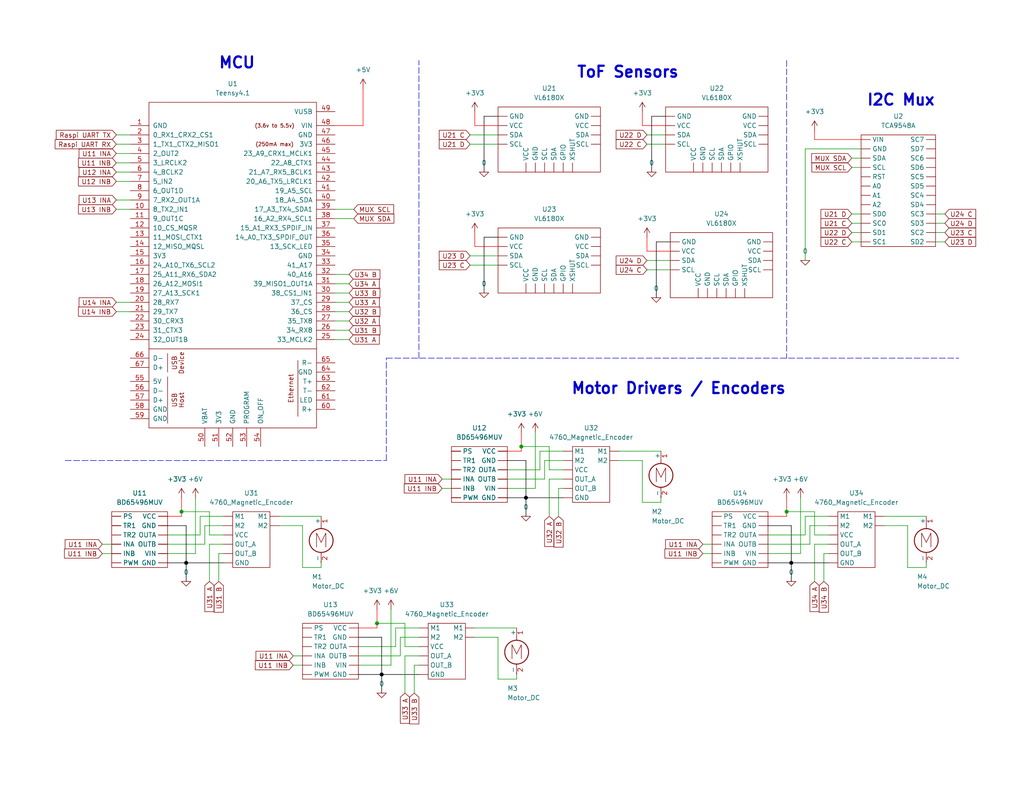
<source format=kicad_sch>
(kicad_sch (version 20211123) (generator eeschema)
  (paper "USLetter")
  (title_block (title "CCNY Pacbot General Wiring") (date "2022-03-27") (rev "1") (company "CCNY Robotics Club") (comment 1 "Benjamin Trinh"))
  (lib_symbols
    (symbol "Adafruit:TCA9548A"
      (property "Reference" "U" (at 0 2.54 0))
      (property "Value" "TCA9548A" (at 0 5.08 0))
      (symbol "TCA9548A_0_1"
        (rectangle (start -10.16 0) (end 10.16 -30.48))
      )
      (symbol "TCA9548A_1_1"
        (pin input line (at -10.16 -13.97 0) (length 2.54) (name "A0") (number ""))
        (pin input line (at -10.16 -16.51 0) (length 2.54) (name "A1") (number ""))
        (pin input line (at -10.16 -19.05 0) (length 2.54) (name "A2") (number ""))
        (pin input line (at -10.16 -3.81 0) (length 2.54) (name "GND") (number ""))
        (pin input line (at -10.16 -11.43 0) (length 2.54) (name "RST") (number ""))
        (pin output line (at -10.16 -24.13 0) (length 2.54) (name "SC0") (number ""))
        (pin output line (at -10.16 -29.21 0) (length 2.54) (name "SC1") (number ""))
        (pin output line (at 10.16 -26.67 180) (length 2.54) (name "SC2") (number ""))
        (pin output line (at 10.16 -21.59 180) (length 2.54) (name "SC3") (number ""))
        (pin output line (at 10.16 -16.51 180) (length 2.54) (name "SC4") (number ""))
        (pin output line (at 10.16 -11.43 180) (length 2.54) (name "SC5") (number ""))
        (pin output line (at 10.16 -6.35 180) (length 2.54) (name "SC6") (number ""))
        (pin output line (at 10.16 -1.27 180) (length 2.54) (name "SC7") (number ""))
        (pin input line (at -10.16 -8.89 0) (length 2.54) (name "SCL") (number ""))
        (pin output line (at -10.16 -21.59 0) (length 2.54) (name "SD0") (number ""))
        (pin output line (at -10.16 -26.67 0) (length 2.54) (name "SD1") (number ""))
        (pin output line (at 10.16 -29.21 180) (length 2.54) (name "SD2") (number ""))
        (pin output line (at 10.16 -24.13 180) (length 2.54) (name "SD3") (number ""))
        (pin output line (at 10.16 -19.05 180) (length 2.54) (name "SD4") (number ""))
        (pin output line (at 10.16 -13.97 180) (length 2.54) (name "SD5") (number ""))
        (pin output line (at 10.16 -8.89 180) (length 2.54) (name "SD6") (number ""))
        (pin output line (at 10.16 -3.81 180) (length 2.54) (name "SD7") (number ""))
        (pin input line (at -10.16 -6.35 0) (length 2.54) (name "SDA") (number ""))
        (pin input line (at -10.16 -1.27 0) (length 2.54) (name "VIN") (number ""))
      )
    )
    (symbol "Adafruit:VL6180X"
      (property "Reference" "U" (at 0 2.54 0))
      (property "Value" "VL6180X" (at 0 5.08 0))
      (symbol "VL6180X_0_1"
        (rectangle (start -13.97 0) (end 13.97 -17.78))
      )
      (symbol "VL6180X_1_1"
        (pin bidirectional line (at -13.97 -2.54 0) (length 2.54) (name "GND") (number ""))
        (pin bidirectional line (at -3.81 -17.78 90) (length 2.54) (name "GND") (number ""))
        (pin bidirectional line (at 13.97 -2.54 180) (length 2.54) (name "GND") (number ""))
        (pin bidirectional line (at 3.81 -17.78 90) (length 2.54) (name "GPIO") (number ""))
        (pin bidirectional line (at -13.97 -10.16 0) (length 2.54) (name "SCL") (number ""))
        (pin bidirectional line (at -1.27 -17.78 90) (length 2.54) (name "SCL") (number ""))
        (pin bidirectional line (at 13.97 -10.16 180) (length 2.54) (name "SCL") (number ""))
        (pin bidirectional line (at -13.97 -7.62 0) (length 2.54) (name "SDA") (number ""))
        (pin bidirectional line (at 1.27 -17.78 90) (length 2.54) (name "SDA") (number ""))
        (pin bidirectional line (at 13.97 -7.62 180) (length 2.54) (name "SDA") (number ""))
        (pin bidirectional line (at -13.97 -5.08 0) (length 2.54) (name "VCC") (number ""))
        (pin bidirectional line (at -6.35 -17.78 90) (length 2.54) (name "VCC") (number ""))
        (pin bidirectional line (at 13.97 -5.08 180) (length 2.54) (name "VCC") (number ""))
        (pin bidirectional line (at 6.35 -17.78 90) (length 2.54) (name "XSHUT") (number ""))
      )
    )
    (symbol "BD65496MUV_3"
      (property "Reference" "U" (at 0 3.81 0))
      (property "Value" "BD65496MUV_3" (at 0 1.27 0))
      (symbol "BD65496MUV_3_0_1"
        (rectangle (start 7.62 -15.24) (end -7.62 0))
      )
      (symbol "BD65496MUV_3_1_1"
        (pin input line (at 7.62 -13.97 180) (length 2.54) (name "GND") (number ""))
        (pin input line (at 7.62 -3.81 180) (length 2.54) (name "GND") (number ""))
        (pin input line (at -7.62 -8.89 0) (length 2.54) (name "INA") (number ""))
        (pin input line (at -7.62 -11.43 0) (length 2.54) (name "INB") (number ""))
        (pin output line (at 7.62 -6.35 180) (length 2.54) (name "OUTA") (number ""))
        (pin output line (at 7.62 -8.89 180) (length 2.54) (name "OUTB") (number ""))
        (pin input line (at -7.62 -1.27 0) (length 2.54) (name "PS") (number ""))
        (pin input line (at -7.62 -13.97 0) (length 2.54) (name "PWM") (number ""))
        (pin input line (at -7.62 -3.81 0) (length 2.54) (name "TR1") (number ""))
        (pin input line (at -7.62 -6.35 0) (length 2.54) (name "TR2") (number ""))
        (pin input line (at 7.62 -1.27 180) (length 2.54) (name "VCC") (number ""))
        (pin input line (at 7.62 -11.43 180) (length 2.54) (name "VIN") (number ""))
      )
    )
    (symbol "Motor:Motor_DC" (pin_names (offset 0))
      (property "Reference" "M" (at 2.54 2.54 0))
      (property "Value" "Motor_DC" (at 2.54 -5.08 0))
      (symbol "Motor_DC_0_0"
        (polyline (pts (xy -1.27 -3.302) (xy -1.27 0.508) (xy 0 -2.032) (xy 1.27 0.508) (xy 1.27 -3.302)))
      )
      (symbol "Motor_DC_0_1"
        (circle (center 0 -1.524) (radius 3.2512) (stroke (width 0.254)))
        (polyline (pts (xy 0 -7.62) (xy 0 -7.112)))
        (polyline (pts (xy 0 -4.7752) (xy 0 -5.1816)))
        (polyline (pts (xy 0 1.7272) (xy 0 2.0828)))
        (polyline (pts (xy 0 2.032) (xy 0 2.54)))
      )
      (symbol "Motor_DC_1_1"
        (pin passive line (at 0 5.08 270) (length 2.54) (name "+") (number "1"))
        (pin passive line (at 0 -7.62 90) (length 2.54) (name "-") (number "2"))
      )
    )
    (symbol "Pololu:4760_Magnetic_Encoder"
      (property "Reference" "U" (at 0 2.54 0))
      (property "Value" "4760_Magnetic_Encoder" (at 0 5.08 0))
      (symbol "4760_Magnetic_Encoder_0_1"
        (rectangle (start -5.08 0) (end 5.08 -15.24))
      )
      (symbol "4760_Magnetic_Encoder_1_1"
        (pin input line (at -7.62 -13.97 0) (length 2.54) (name "GND") (number ""))
        (pin input line (at -7.62 -1.27 0) (length 2.54) (name "M1") (number ""))
        (pin output line (at 7.62 -1.27 180) (length 2.54) (name "M1") (number ""))
        (pin input line (at -7.62 -3.81 0) (length 2.54) (name "M2") (number ""))
        (pin output line (at 7.62 -3.81 180) (length 2.54) (name "M2") (number ""))
        (pin output line (at -7.62 -8.89 0) (length 2.54) (name "OUT_A") (number ""))
        (pin output line (at -7.62 -11.43 0) (length 2.54) (name "OUT_B") (number ""))
        (pin input line (at -7.62 -6.35 0) (length 2.54) (name "VCC") (number ""))
      )
    )
    (symbol "Pololu:BD65496MUV"
      (property "Reference" "U" (at 0 3.81 0))
      (property "Value" "BD65496MUV" (at 0 1.27 0))
      (symbol "BD65496MUV_0_1"
        (rectangle (start 7.62 -15.24) (end -7.62 0))
      )
      (symbol "BD65496MUV_1_1"
        (pin input line (at 7.62 -13.97 180) (length 2.54) (name "GND") (number ""))
        (pin input line (at 7.62 -3.81 180) (length 2.54) (name "GND") (number ""))
        (pin input line (at -7.62 -8.89 0) (length 2.54) (name "INA") (number ""))
        (pin input line (at -7.62 -11.43 0) (length 2.54) (name "INB") (number ""))
        (pin output line (at 7.62 -6.35 180) (length 2.54) (name "OUTA") (number ""))
        (pin output line (at 7.62 -8.89 180) (length 2.54) (name "OUTB") (number ""))
        (pin input line (at -7.62 -1.27 0) (length 2.54) (name "PS") (number ""))
        (pin input line (at -7.62 -13.97 0) (length 2.54) (name "PWM") (number ""))
        (pin input line (at -7.62 -3.81 0) (length 2.54) (name "TR1") (number ""))
        (pin input line (at -7.62 -6.35 0) (length 2.54) (name "TR2") (number ""))
        (pin input line (at 7.62 -1.27 180) (length 2.54) (name "VCC") (number ""))
        (pin input line (at 7.62 -11.43 180) (length 2.54) (name "VIN") (number ""))
      )
    )
    (symbol "VL6180X_1"
      (property "Reference" "U" (at 0 2.54 0))
      (property "Value" "VL6180X_1" (at 0 5.08 0))
      (symbol "VL6180X_1_0_1"
        (rectangle (start -13.97 0) (end 13.97 -17.78))
      )
      (symbol "VL6180X_1_1_1"
        (pin bidirectional line (at -13.97 -2.54 0) (length 2.54) (name "GND") (number ""))
        (pin bidirectional line (at -3.81 -17.78 90) (length 2.54) (name "GND") (number ""))
        (pin bidirectional line (at 13.97 -2.54 180) (length 2.54) (name "GND") (number ""))
        (pin bidirectional line (at 3.81 -17.78 90) (length 2.54) (name "GPIO") (number ""))
        (pin bidirectional line (at -13.97 -10.16 0) (length 2.54) (name "SCL") (number ""))
        (pin bidirectional line (at -1.27 -17.78 90) (length 2.54) (name "SCL") (number ""))
        (pin bidirectional line (at 13.97 -10.16 180) (length 2.54) (name "SCL") (number ""))
        (pin bidirectional line (at -13.97 -7.62 0) (length 2.54) (name "SDA") (number ""))
        (pin bidirectional line (at 1.27 -17.78 90) (length 2.54) (name "SDA") (number ""))
        (pin bidirectional line (at 13.97 -7.62 180) (length 2.54) (name "SDA") (number ""))
        (pin bidirectional line (at -13.97 -5.08 0) (length 2.54) (name "VCC") (number ""))
        (pin bidirectional line (at -6.35 -17.78 90) (length 2.54) (name "VCC") (number ""))
        (pin bidirectional line (at 13.97 -5.08 180) (length 2.54) (name "VCC") (number ""))
        (pin bidirectional line (at 6.35 -17.78 90) (length 2.54) (name "XSHUT") (number ""))
      )
    )
    (symbol "VL6180X_2"
      (property "Reference" "U" (at 0 2.54 0))
      (property "Value" "VL6180X_2" (at 0 5.08 0))
      (symbol "VL6180X_2_0_1"
        (rectangle (start -13.97 0) (end 13.97 -17.78))
      )
      (symbol "VL6180X_2_1_1"
        (pin bidirectional line (at -13.97 -2.54 0) (length 2.54) (name "GND") (number ""))
        (pin bidirectional line (at -3.81 -17.78 90) (length 2.54) (name "GND") (number ""))
        (pin bidirectional line (at 13.97 -2.54 180) (length 2.54) (name "GND") (number ""))
        (pin bidirectional line (at 3.81 -17.78 90) (length 2.54) (name "GPIO") (number ""))
        (pin bidirectional line (at -13.97 -10.16 0) (length 2.54) (name "SCL") (number ""))
        (pin bidirectional line (at -1.27 -17.78 90) (length 2.54) (name "SCL") (number ""))
        (pin bidirectional line (at 13.97 -10.16 180) (length 2.54) (name "SCL") (number ""))
        (pin bidirectional line (at -13.97 -7.62 0) (length 2.54) (name "SDA") (number ""))
        (pin bidirectional line (at 1.27 -17.78 90) (length 2.54) (name "SDA") (number ""))
        (pin bidirectional line (at 13.97 -7.62 180) (length 2.54) (name "SDA") (number ""))
        (pin bidirectional line (at -13.97 -5.08 0) (length 2.54) (name "VCC") (number ""))
        (pin bidirectional line (at -6.35 -17.78 90) (length 2.54) (name "VCC") (number ""))
        (pin bidirectional line (at 13.97 -5.08 180) (length 2.54) (name "VCC") (number ""))
        (pin bidirectional line (at 6.35 -17.78 90) (length 2.54) (name "XSHUT") (number ""))
      )
    )
    (symbol "VL6180X_3"
      (property "Reference" "U" (at 0 2.54 0))
      (property "Value" "VL6180X_3" (at 0 5.08 0))
      (symbol "VL6180X_3_0_1"
        (rectangle (start -13.97 0) (end 13.97 -17.78))
      )
      (symbol "VL6180X_3_1_1"
        (pin bidirectional line (at -13.97 -2.54 0) (length 2.54) (name "GND") (number ""))
        (pin bidirectional line (at -3.81 -17.78 90) (length 2.54) (name "GND") (number ""))
        (pin bidirectional line (at 13.97 -2.54 180) (length 2.54) (name "GND") (number ""))
        (pin bidirectional line (at 3.81 -17.78 90) (length 2.54) (name "GPIO") (number ""))
        (pin bidirectional line (at -13.97 -10.16 0) (length 2.54) (name "SCL") (number ""))
        (pin bidirectional line (at -1.27 -17.78 90) (length 2.54) (name "SCL") (number ""))
        (pin bidirectional line (at 13.97 -10.16 180) (length 2.54) (name "SCL") (number ""))
        (pin bidirectional line (at -13.97 -7.62 0) (length 2.54) (name "SDA") (number ""))
        (pin bidirectional line (at 1.27 -17.78 90) (length 2.54) (name "SDA") (number ""))
        (pin bidirectional line (at 13.97 -7.62 180) (length 2.54) (name "SDA") (number ""))
        (pin bidirectional line (at -13.97 -5.08 0) (length 2.54) (name "VCC") (number ""))
        (pin bidirectional line (at -6.35 -17.78 90) (length 2.54) (name "VCC") (number ""))
        (pin bidirectional line (at 13.97 -5.08 180) (length 2.54) (name "VCC") (number ""))
        (pin bidirectional line (at 6.35 -17.78 90) (length 2.54) (name "XSHUT") (number ""))
      )
    )
    (symbol "power:+3.3V" (power) (pin_names (offset 0))
      (property "Value" "+3.3V" (at 0 3.556 0))
      (symbol "+3.3V_0_1"
        (polyline (pts (xy -0.762 1.27) (xy 0 2.54)))
        (polyline (pts (xy 0 0) (xy 0 2.54)))
        (polyline (pts (xy 0 2.54) (xy 0.762 1.27)))
      )
      (symbol "+3.3V_1_1"
        (pin power_in line (at 0 0 90) (length 0) hide (name "+3V3") (number "1"))
      )
    )
    (symbol "power:+5V" (power) (pin_names (offset 0))
      (property "Value" "+5V" (at 0 3.556 0))
      (symbol "+5V_0_1"
        (polyline (pts (xy -0.762 1.27) (xy 0 2.54)))
        (polyline (pts (xy 0 0) (xy 0 2.54)))
        (polyline (pts (xy 0 2.54) (xy 0.762 1.27)))
      )
      (symbol "+5V_1_1"
        (pin power_in line (at 0 0 90) (length 0) hide (name "+5V") (number "1"))
      )
    )
    (symbol "power:+6V" (power) (pin_names (offset 0))
      (property "Value" "+6V" (at 0 3.556 0))
      (symbol "+6V_0_1"
        (polyline (pts (xy -0.762 1.27) (xy 0 2.54)))
        (polyline (pts (xy 0 0) (xy 0 2.54)))
        (polyline (pts (xy 0 2.54) (xy 0.762 1.27)))
      )
      (symbol "+6V_1_1"
        (pin power_in line (at 0 0 90) (length 0) hide (name "+6V") (number "1"))
      )
    )
    (symbol "pspice:0" (power) (pin_names (offset 0))
      (property "Value" "0" (at 0 -1.778 0))
      (symbol "0_0_1"
        (polyline (pts (xy -1.27 0) (xy 0 -1.27) (xy 1.27 0) (xy -1.27 0)))
      )
      (symbol "0_1_1"
        (pin power_in line (at 0 0 0) (length 0) hide (name "0") (number "1"))
      )
    )
    (symbol "teensy:Teensy4.1" (pin_names (offset 1.016))
      (property "Reference" "U" (at 0 64.77 0))
      (property "Value" "Teensy4.1" (at 0 62.23 0))
      (symbol "Teensy4.1_0_0"
        (polyline (pts (xy -22.86 -6.35) (xy 22.86 -6.35)))
        (polyline (pts (xy -17.78 -26.67) (xy -17.78 -13.97)))
        (polyline (pts (xy -17.78 -7.62) (xy -17.78 -12.7)))
        (polyline (pts (xy 17.78 -9.525) (xy 17.78 -24.765)))
        (text "(250mA max)" (at 11.43 49.53 0) (effects (font (size 1.016 1.016))))
        (text "(3.6v to 5.5v)" (at 11.43 54.61 0) (effects (font (size 1.016 1.016))))
        (text "Device" (at -13.97 -10.16 900) (effects (font (size 1.27 1.27))))
        (text "Ethernet" (at 15.875 -17.145 900) (effects (font (size 1.27 1.27))))
        (text "Host" (at -13.97 -20.32 900) (effects (font (size 1.27 1.27))))
        (text "USB" (at -15.875 -20.32 900) (effects (font (size 1.27 1.27))))
        (text "USB" (at -15.875 -10.16 900) (effects (font (size 1.27 1.27))))
        (pin bidirectional line (at -27.94 31.75 0) (length 5.08) (name "8_TX2_IN1") (number "10"))
        (pin bidirectional line (at -27.94 29.21 0) (length 5.08) (name "9_OUT1C") (number "11"))
        (pin bidirectional line (at -27.94 26.67 0) (length 5.08) (name "10_CS_MQSR") (number "12"))
        (pin bidirectional line (at -27.94 24.13 0) (length 5.08) (name "11_MOSI_CTX1") (number "13"))
        (pin bidirectional line (at -27.94 21.59 0) (length 5.08) (name "12_MISO_MQSL") (number "14"))
        (pin power_in line (at -27.94 19.05 0) (length 5.08) (name "3V3") (number "15"))
        (pin bidirectional line (at -27.94 16.51 0) (length 5.08) (name "24_A10_TX6_SCL2") (number "16"))
        (pin bidirectional line (at -27.94 13.97 0) (length 5.08) (name "25_A11_RX6_SDA2") (number "17"))
        (pin bidirectional line (at -27.94 11.43 0) (length 5.08) (name "26_A12_MOSI1") (number "18"))
        (pin bidirectional line (at -27.94 8.89 0) (length 5.08) (name "27_A13_SCK1") (number "19"))
        (pin bidirectional line (at -27.94 6.35 0) (length 5.08) (name "28_RX7") (number "20"))
        (pin bidirectional line (at -27.94 3.81 0) (length 5.08) (name "29_TX7") (number "21"))
        (pin bidirectional line (at -27.94 1.27 0) (length 5.08) (name "30_CRX3") (number "22"))
        (pin bidirectional line (at -27.94 -1.27 0) (length 5.08) (name "31_CTX3") (number "23"))
        (pin bidirectional line (at -27.94 -3.81 0) (length 5.08) (name "32_OUT1B") (number "24"))
        (pin bidirectional line (at 27.94 -3.81 180) (length 5.08) (name "33_MCLK2") (number "25"))
        (pin bidirectional line (at 27.94 -1.27 180) (length 5.08) (name "34_RX8") (number "26"))
        (pin bidirectional line (at 27.94 1.27 180) (length 5.08) (name "35_TX8") (number "27"))
        (pin bidirectional line (at 27.94 3.81 180) (length 5.08) (name "36_CS") (number "28"))
        (pin bidirectional line (at 27.94 6.35 180) (length 5.08) (name "37_CS") (number "29"))
        (pin bidirectional line (at 27.94 8.89 180) (length 5.08) (name "38_CS1_IN1") (number "30"))
        (pin bidirectional line (at 27.94 11.43 180) (length 5.08) (name "39_MISO1_OUT1A") (number "31"))
        (pin bidirectional line (at 27.94 13.97 180) (length 5.08) (name "40_A16") (number "32"))
        (pin bidirectional line (at 27.94 16.51 180) (length 5.08) (name "41_A17") (number "33"))
        (pin bidirectional line (at 27.94 21.59 180) (length 5.08) (name "13_SCK_LED") (number "35"))
        (pin bidirectional line (at 27.94 24.13 180) (length 5.08) (name "14_A0_TX3_SPDIF_OUT") (number "36"))
        (pin bidirectional line (at 27.94 26.67 180) (length 5.08) (name "15_A1_RX3_SPDIF_IN") (number "37"))
        (pin bidirectional line (at 27.94 29.21 180) (length 5.08) (name "16_A2_RX4_SCL1") (number "38"))
        (pin bidirectional line (at 27.94 31.75 180) (length 5.08) (name "17_A3_TX4_SDA1") (number "39"))
        (pin bidirectional line (at 27.94 34.29 180) (length 5.08) (name "18_A4_SDA") (number "40"))
        (pin bidirectional line (at 27.94 36.83 180) (length 5.08) (name "19_A5_SCL") (number "41"))
        (pin bidirectional line (at 27.94 39.37 180) (length 5.08) (name "20_A6_TX5_LRCLK1") (number "42"))
        (pin bidirectional line (at 27.94 41.91 180) (length 5.08) (name "21_A7_RX5_BCLK1") (number "43"))
        (pin bidirectional line (at 27.94 44.45 180) (length 5.08) (name "22_A8_CTX1") (number "44"))
        (pin bidirectional line (at 27.94 46.99 180) (length 5.08) (name "23_A9_CRX1_MCLK1") (number "45"))
        (pin output line (at 27.94 49.53 180) (length 5.08) (name "3V3") (number "46"))
        (pin output line (at 27.94 52.07 180) (length 5.08) (name "GND") (number "47"))
        (pin power_in line (at 27.94 54.61 180) (length 5.08) (name "VIN") (number "48"))
        (pin power_out line (at 27.94 58.42 180) (length 5.08) (name "VUSB") (number "49"))
        (pin bidirectional line (at -27.94 44.45 0) (length 5.08) (name "3_LRCLK2") (number "5"))
        (pin power_in line (at -7.62 -33.02 90) (length 5.08) (name "VBAT") (number "50"))
        (pin power_in line (at -3.81 -33.02 90) (length 5.08) (name "3V3") (number "51"))
        (pin input line (at 0 -33.02 90) (length 5.08) (name "GND") (number "52"))
        (pin input line (at 3.81 -33.02 90) (length 5.08) (name "PROGRAM") (number "53"))
        (pin input line (at 7.62 -33.02 90) (length 5.08) (name "ON_OFF") (number "54"))
        (pin power_out line (at -27.94 -15.24 0) (length 5.08) (name "5V") (number "55"))
        (pin bidirectional line (at -27.94 -17.78 0) (length 5.08) (name "D-") (number "56"))
        (pin bidirectional line (at -27.94 -20.32 0) (length 5.08) (name "D+") (number "57"))
        (pin power_in line (at -27.94 -22.86 0) (length 5.08) (name "GND") (number "58"))
        (pin power_in line (at -27.94 -25.4 0) (length 5.08) (name "GND") (number "59"))
        (pin bidirectional line (at -27.94 41.91 0) (length 5.08) (name "4_BCLK2") (number "6"))
        (pin bidirectional line (at 27.94 -22.86 180) (length 5.08) (name "R+") (number "60"))
        (pin bidirectional line (at 27.94 -20.32 180) (length 5.08) (name "LED") (number "61"))
        (pin bidirectional line (at 27.94 -17.78 180) (length 5.08) (name "T-") (number "62"))
        (pin bidirectional line (at 27.94 -15.24 180) (length 5.08) (name "T+") (number "63"))
        (pin power_in line (at 27.94 -12.7 180) (length 5.08) (name "GND") (number "64"))
        (pin bidirectional line (at 27.94 -10.16 180) (length 5.08) (name "R-") (number "65"))
        (pin bidirectional line (at -27.94 -8.89 0) (length 5.08) (name "D-") (number "66"))
        (pin bidirectional line (at -27.94 -11.43 0) (length 5.08) (name "D+") (number "67"))
        (pin bidirectional line (at -27.94 39.37 0) (length 5.08) (name "5_IN2") (number "7"))
        (pin bidirectional line (at -27.94 36.83 0) (length 5.08) (name "6_OUT1D") (number "8"))
        (pin bidirectional line (at -27.94 34.29 0) (length 5.08) (name "7_RX2_OUT1A") (number "9"))
      )
      (symbol "Teensy4.1_0_1"
        (rectangle (start -22.86 60.96) (end 22.86 -27.94))
        (rectangle (start -20.32 -1.27) (end -20.32 -1.27))
      )
      (symbol "Teensy4.1_1_1"
        (pin power_in line (at -27.94 54.61 0) (length 5.08) (name "GND") (number "1"))
        (pin bidirectional line (at -27.94 52.07 0) (length 5.08) (name "0_RX1_CRX2_CS1") (number "2"))
        (pin bidirectional line (at -27.94 49.53 0) (length 5.08) (name "1_TX1_CTX2_MISO1") (number "3"))
        (pin power_in line (at 27.94 19.05 180) (length 5.08) (name "GND") (number "34"))
        (pin bidirectional line (at -27.94 46.99 0) (length 5.08) (name "2_OUT2") (number "4"))
      )
    )
  )
  (junction (at 215.9 153.67) (color 0 0 0 1))
  (junction (at 142.24 121.92))
  (junction (at 214.63 139.7))
  (junction (at 143.51 135.89) (color 0 0 0 1))
  (junction (at 49.53 139.7))
  (junction (at 50.8 153.67) (color 0 0 0 1))
  (junction (at 102.87 170.18))
  (junction (at 104.14 184.15) (color 0 0 0 1))
  (wire (pts (xy 226.06 148.59) (xy 222.25 148.59)))
  (wire (pts (xy 91.44 82.55) (xy 95.25 82.55)))
  (wire (pts (xy 143.51 135.89) (xy 143.51 125.73)) (stroke (width 0) (color 0 0 0 1)))
  (polyline (pts (xy 114.3 97.79) (xy 114.3 16.51)))
  (wire (pts (xy 247.65 143.51) (xy 247.65 154.94)))
  (wire (pts (xy 106.68 181.61) (xy 97.79 181.61)))
  (wire (pts (xy 91.44 74.93) (xy 95.25 74.93)))
  (wire (pts (xy 91.44 85.09) (xy 95.25 85.09)))
  (wire (pts (xy 255.27 66.04) (xy 257.81 66.04)))
  (wire (pts (xy 180.34 137.16) (xy 180.34 135.89)))
  (wire (pts (xy 129.54 67.31) (xy 135.89 67.31)) (stroke (width 0) (color 255 0 0 1)))
  (wire (pts (xy 60.96 148.59) (xy 57.15 148.59)))
  (wire (pts (xy 113.03 181.61) (xy 113.03 189.23)))
  (wire (pts (xy 179.07 66.04) (xy 179.07 81.28)) (stroke (width 0) (color 0 0 0 1)))
  (wire (pts (xy 135.89 173.99) (xy 135.89 185.42)))
  (wire (pts (xy 45.72 148.59) (xy 55.88 148.59)))
  (wire (pts (xy 209.55 146.05) (xy 219.71 146.05)))
  (wire (pts (xy 57.15 146.05) (xy 57.15 139.7)))
  (wire (pts (xy 129.54 30.48) (xy 129.54 34.29)) (stroke (width 0) (color 255 0 0 1)))
  (wire (pts (xy 49.53 135.89) (xy 49.53 139.7)) (stroke (width 0) (color 255 0 0 1)))
  (wire (pts (xy 106.68 166.37) (xy 106.68 181.61)))
  (wire (pts (xy 107.95 171.45) (xy 114.3 171.45)))
  (wire (pts (xy 31.75 46.99) (xy 35.56 46.99)))
  (wire (pts (xy 149.86 130.81) (xy 149.86 140.97)))
  (wire (pts (xy 102.87 166.37) (xy 102.87 170.18)) (stroke (width 0) (color 255 0 0 1)))
  (wire (pts (xy 146.05 118.11) (xy 146.05 133.35)))
  (wire (pts (xy 53.34 135.89) (xy 53.34 151.13)))
  (wire (pts (xy 114.3 173.99) (xy 109.22 173.99)))
  (wire (pts (xy 107.95 176.53) (xy 107.95 171.45)))
  (wire (pts (xy 176.53 68.58) (xy 182.88 68.58)) (stroke (width 0) (color 255 0 0 1)))
  (wire (pts (xy 57.15 139.7) (xy 49.53 139.7)))
  (wire (pts (xy 104.14 189.23) (xy 104.14 184.15)) (stroke (width 0) (color 0 0 0 1)))
  (wire (pts (xy 142.24 118.11) (xy 142.24 121.92)) (stroke (width 0) (color 255 0 0 1)))
  (wire (pts (xy 153.67 130.81) (xy 149.86 130.81)))
  (wire (pts (xy 153.67 125.73) (xy 148.59 125.73)))
  (wire (pts (xy 140.97 185.42) (xy 140.97 184.15)))
  (wire (pts (xy 214.63 135.89) (xy 214.63 139.7)) (stroke (width 0) (color 255 0 0 1)))
  (wire (pts (xy 102.87 170.18) (xy 102.87 171.45)) (stroke (width 0) (color 255 0 0 1)))
  (wire (pts (xy 104.14 184.15) (xy 114.3 184.15)) (stroke (width 0) (color 0 0 0 1)))
  (wire (pts (xy 91.44 80.01) (xy 95.25 80.01)))
  (wire (pts (xy 57.15 148.59) (xy 57.15 158.75)))
  (polyline (pts (xy 105.41 97.79) (xy 261.62 97.79)))
  (wire (pts (xy 128.27 69.85) (xy 135.89 69.85)))
  (wire (pts (xy 226.06 146.05) (xy 222.25 146.05)))
  (wire (pts (xy 91.44 34.29) (xy 99.06 34.29)) (stroke (width 0) (color 255 0 0 1)))
  (wire (pts (xy 176.53 36.83) (xy 181.61 36.83)))
  (wire (pts (xy 255.27 58.42) (xy 257.81 58.42)))
  (wire (pts (xy 128.27 72.39) (xy 135.89 72.39)))
  (wire (pts (xy 215.9 158.75) (xy 215.9 153.67)) (stroke (width 0) (color 0 0 0 1)))
  (wire (pts (xy 82.55 154.94) (xy 87.63 154.94)))
  (wire (pts (xy 135.89 185.42) (xy 140.97 185.42)))
  (wire (pts (xy 128.27 39.37) (xy 135.89 39.37)))
  (wire (pts (xy 54.61 140.97) (xy 60.96 140.97)))
  (wire (pts (xy 60.96 146.05) (xy 57.15 146.05)))
  (wire (pts (xy 215.9 153.67) (xy 226.06 153.67)) (stroke (width 0) (color 0 0 0 1)))
  (wire (pts (xy 232.41 58.42) (xy 234.95 58.42)))
  (wire (pts (xy 176.53 64.77) (xy 176.53 68.58)) (stroke (width 0) (color 255 0 0 1)))
  (wire (pts (xy 149.86 128.27) (xy 149.86 121.92)))
  (wire (pts (xy 31.75 85.09) (xy 35.56 85.09)))
  (wire (pts (xy 148.59 125.73) (xy 148.59 130.81)))
  (wire (pts (xy 91.44 87.63) (xy 95.25 87.63)))
  (wire (pts (xy 31.75 49.53) (xy 35.56 49.53)))
  (wire (pts (xy 215.9 143.51) (xy 209.55 143.51)) (stroke (width 0) (color 0 0 0 1)))
  (wire (pts (xy 252.73 154.94) (xy 252.73 153.67)))
  (wire (pts (xy 146.05 133.35) (xy 138.43 133.35)))
  (wire (pts (xy 143.51 125.73) (xy 138.43 125.73)) (stroke (width 0) (color 0 0 0 1)))
  (wire (pts (xy 218.44 151.13) (xy 209.55 151.13)))
  (wire (pts (xy 59.69 151.13) (xy 59.69 158.75)))
  (wire (pts (xy 91.44 92.71) (xy 95.25 92.71)))
  (wire (pts (xy 215.9 153.67) (xy 215.9 143.51)) (stroke (width 0) (color 0 0 0 1)))
  (wire (pts (xy 143.51 135.89) (xy 153.67 135.89)) (stroke (width 0) (color 0 0 0 1)))
  (wire (pts (xy 97.79 184.15) (xy 104.14 184.15)) (stroke (width 0) (color 0 0 0 1)))
  (wire (pts (xy 114.3 179.07) (xy 110.49 179.07)))
  (wire (pts (xy 255.27 63.5) (xy 257.81 63.5)))
  (wire (pts (xy 241.3 143.51) (xy 247.65 143.51)))
  (wire (pts (xy 31.75 82.55) (xy 35.56 82.55)))
  (wire (pts (xy 222.25 148.59) (xy 222.25 158.75)))
  (wire (pts (xy 175.26 137.16) (xy 180.34 137.16)))
  (wire (pts (xy 31.75 44.45) (xy 35.56 44.45)))
  (wire (pts (xy 214.63 139.7) (xy 214.63 140.97)) (stroke (width 0) (color 255 0 0 1)))
  (wire (pts (xy 241.3 140.97) (xy 252.73 140.97)))
  (wire (pts (xy 149.86 121.92) (xy 142.24 121.92)))
  (wire (pts (xy 175.26 30.48) (xy 175.26 34.29)) (stroke (width 0) (color 255 0 0 1)))
  (wire (pts (xy 209.55 140.97) (xy 214.63 140.97)) (stroke (width 0) (color 255 0 0 1)))
  (wire (pts (xy 222.25 38.1) (xy 234.95 38.1)) (stroke (width 0) (color 255 0 0 1)))
  (wire (pts (xy 60.96 151.13) (xy 59.69 151.13)))
  (wire (pts (xy 50.8 143.51) (xy 45.72 143.51)) (stroke (width 0) (color 0 0 0 1)))
  (wire (pts (xy 168.91 125.73) (xy 175.26 125.73)))
  (wire (pts (xy 176.53 39.37) (xy 181.61 39.37)))
  (polyline (pts (xy 17.78 125.73) (xy 105.41 125.73)))
  (wire (pts (xy 97.79 171.45) (xy 102.87 171.45)) (stroke (width 0) (color 255 0 0 1)))
  (wire (pts (xy 129.54 171.45) (xy 140.97 171.45)))
  (wire (pts (xy 232.41 60.96) (xy 234.95 60.96)))
  (wire (pts (xy 232.41 45.72) (xy 234.95 45.72)))
  (wire (pts (xy 232.41 63.5) (xy 234.95 63.5)))
  (wire (pts (xy 209.55 148.59) (xy 220.98 148.59)))
  (wire (pts (xy 222.25 35.56) (xy 222.25 38.1)) (stroke (width 0) (color 255 0 0 1)))
  (wire (pts (xy 49.53 139.7) (xy 49.53 140.97)) (stroke (width 0) (color 255 0 0 1)))
  (wire (pts (xy 132.08 31.75) (xy 132.08 46.99)) (stroke (width 0) (color 0 0 0 1)))
  (wire (pts (xy 53.34 151.13) (xy 45.72 151.13)))
  (wire (pts (xy 218.44 135.89) (xy 218.44 151.13)))
  (wire (pts (xy 232.41 66.04) (xy 234.95 66.04)))
  (wire (pts (xy 55.88 143.51) (xy 55.88 148.59)))
  (wire (pts (xy 50.8 158.75) (xy 50.8 153.67)) (stroke (width 0) (color 0 0 0 1)))
  (wire (pts (xy 142.24 121.92) (xy 142.24 123.19)) (stroke (width 0) (color 255 0 0 1)))
  (wire (pts (xy 138.43 130.81) (xy 148.59 130.81)))
  (wire (pts (xy 60.96 143.51) (xy 55.88 143.51)))
  (wire (pts (xy 76.2 140.97) (xy 87.63 140.97)))
  (wire (pts (xy 76.2 143.51) (xy 82.55 143.51)))
  (wire (pts (xy 181.61 31.75) (xy 177.8 31.75)) (stroke (width 0) (color 0 0 0 1)))
  (wire (pts (xy 96.52 57.15) (xy 91.44 57.15)))
  (wire (pts (xy 219.71 40.64) (xy 219.71 71.12)))
  (wire (pts (xy 219.71 140.97) (xy 226.06 140.97)))
  (wire (pts (xy 232.41 43.18) (xy 234.95 43.18)))
  (wire (pts (xy 45.72 146.05) (xy 54.61 146.05)))
  (wire (pts (xy 129.54 34.29) (xy 135.89 34.29)) (stroke (width 0) (color 255 0 0 1)))
  (wire (pts (xy 45.72 153.67) (xy 50.8 153.67)) (stroke (width 0) (color 0 0 0 1)))
  (wire (pts (xy 138.43 123.19) (xy 142.24 123.19)) (stroke (width 0) (color 255 0 0 1)))
  (wire (pts (xy 128.27 36.83) (xy 135.89 36.83)))
  (wire (pts (xy 114.3 176.53) (xy 110.49 176.53)))
  (wire (pts (xy 82.55 143.51) (xy 82.55 154.94)))
  (wire (pts (xy 222.25 139.7) (xy 214.63 139.7)))
  (wire (pts (xy 50.8 153.67) (xy 50.8 143.51)) (stroke (width 0) (color 0 0 0 1)))
  (wire (pts (xy 45.72 140.97) (xy 49.53 140.97)) (stroke (width 0) (color 255 0 0 1)))
  (wire (pts (xy 31.75 39.37) (xy 35.56 39.37)))
  (wire (pts (xy 209.55 153.67) (xy 215.9 153.67)) (stroke (width 0) (color 0 0 0 1)))
  (wire (pts (xy 99.06 24.13) (xy 99.06 34.29)) (stroke (width 0) (color 255 0 0 1)))
  (wire (pts (xy 175.26 125.73) (xy 175.26 137.16)))
  (polyline (pts (xy 214.63 16.51) (xy 214.63 97.79)))
  (wire (pts (xy 153.67 128.27) (xy 149.86 128.27)))
  (wire (pts (xy 219.71 146.05) (xy 219.71 140.97)))
  (wire (pts (xy 224.79 151.13) (xy 224.79 158.75)))
  (wire (pts (xy 110.49 170.18) (xy 102.87 170.18)))
  (wire (pts (xy 168.91 123.19) (xy 180.34 123.19)))
  (wire (pts (xy 255.27 60.96) (xy 257.81 60.96)))
  (wire (pts (xy 220.98 143.51) (xy 220.98 148.59)))
  (wire (pts (xy 226.06 143.51) (xy 220.98 143.51)))
  (wire (pts (xy 104.14 173.99) (xy 97.79 173.99)) (stroke (width 0) (color 0 0 0 1)))
  (wire (pts (xy 147.32 128.27) (xy 147.32 123.19)))
  (wire (pts (xy 226.06 151.13) (xy 224.79 151.13)))
  (wire (pts (xy 114.3 181.61) (xy 113.03 181.61)))
  (wire (pts (xy 132.08 64.77) (xy 132.08 80.01)) (stroke (width 0) (color 0 0 0 1)))
  (wire (pts (xy 110.49 179.07) (xy 110.49 189.23)))
  (wire (pts (xy 135.89 31.75) (xy 132.08 31.75)) (stroke (width 0) (color 0 0 0 1)))
  (wire (pts (xy 182.88 66.04) (xy 179.07 66.04)) (stroke (width 0) (color 0 0 0 1)))
  (wire (pts (xy 176.53 73.66) (xy 182.88 73.66)))
  (wire (pts (xy 153.67 133.35) (xy 152.4 133.35)))
  (wire (pts (xy 147.32 123.19) (xy 153.67 123.19)))
  (wire (pts (xy 27.94 148.59) (xy 30.48 148.59)))
  (wire (pts (xy 176.53 71.12) (xy 182.88 71.12)))
  (wire (pts (xy 97.79 176.53) (xy 107.95 176.53)))
  (wire (pts (xy 222.25 146.05) (xy 222.25 139.7)))
  (wire (pts (xy 109.22 173.99) (xy 109.22 179.07)))
  (wire (pts (xy 31.75 54.61) (xy 35.56 54.61)))
  (wire (pts (xy 191.77 148.59) (xy 194.31 148.59)))
  (wire (pts (xy 80.01 181.61) (xy 82.55 181.61)))
  (wire (pts (xy 135.89 64.77) (xy 132.08 64.77)) (stroke (width 0) (color 0 0 0 1)))
  (wire (pts (xy 50.8 153.67) (xy 60.96 153.67)) (stroke (width 0) (color 0 0 0 1)))
  (wire (pts (xy 87.63 154.94) (xy 87.63 153.67)))
  (wire (pts (xy 54.61 146.05) (xy 54.61 140.97)))
  (wire (pts (xy 247.65 154.94) (xy 252.73 154.94)))
  (wire (pts (xy 104.14 184.15) (xy 104.14 173.99)) (stroke (width 0) (color 0 0 0 1)))
  (wire (pts (xy 110.49 176.53) (xy 110.49 170.18)))
  (wire (pts (xy 143.51 140.97) (xy 143.51 135.89)) (stroke (width 0) (color 0 0 0 1)))
  (wire (pts (xy 191.77 151.13) (xy 194.31 151.13)))
  (polyline (pts (xy 105.41 125.73) (xy 105.41 97.79)))
  (wire (pts (xy 96.52 59.69) (xy 91.44 59.69)))
  (wire (pts (xy 91.44 90.17) (xy 95.25 90.17)))
  (wire (pts (xy 31.75 57.15) (xy 35.56 57.15)))
  (wire (pts (xy 177.8 31.75) (xy 177.8 46.99)) (stroke (width 0) (color 0 0 0 1)))
  (wire (pts (xy 97.79 179.07) (xy 109.22 179.07)))
  (wire (pts (xy 120.65 130.81) (xy 123.19 130.81)))
  (wire (pts (xy 129.54 173.99) (xy 135.89 173.99)))
  (wire (pts (xy 80.01 179.07) (xy 82.55 179.07)))
  (wire (pts (xy 31.75 41.91) (xy 35.56 41.91)))
  (wire (pts (xy 129.54 63.5) (xy 129.54 67.31)) (stroke (width 0) (color 255 0 0 1)))
  (wire (pts (xy 152.4 133.35) (xy 152.4 140.97)))
  (wire (pts (xy 138.43 135.89) (xy 143.51 135.89)) (stroke (width 0) (color 0 0 0 1)))
  (wire (pts (xy 27.94 151.13) (xy 30.48 151.13)))
  (wire (pts (xy 120.65 133.35) (xy 123.19 133.35)))
  (wire (pts (xy 91.44 77.47) (xy 95.25 77.47)))
  (wire (pts (xy 234.95 40.64) (xy 219.71 40.64)))
  (wire (pts (xy 175.26 34.29) (xy 181.61 34.29)) (stroke (width 0) (color 255 0 0 1)))
  (wire (pts (xy 138.43 128.27) (xy 147.32 128.27)))
  (wire (pts (xy 31.75 36.83) (xy 35.56 36.83)))
  (text "MCU" (at 69.85 19.05 180) (effects (font (size 3 3) bold) (justify right bottom)))
  (text "ToF Sensors" (at 185.42 21.59 180) (effects (font (size 3 3) bold) (justify right bottom)))
  (text "I2C Mux" (at 255.27 29.21 180) (effects (font (size 3 3) (thickness 0.6) bold) (justify right bottom)))
  (text "Motor Drivers / Encoders\n" (at 214.63 107.95 180) (effects (font (size 3 3) bold) (justify right bottom)))
  (global_label "U22 D" (shape input) (at 232.41 63.5 180) (property "Intersheet References" "${INTERSHEET_REFS}" (effects hide)))
  (global_label "U34 B" (shape input) (at 224.79 158.75 270) (property "Intersheet References" "${INTERSHEET_REFS}" (effects hide)))
  (global_label "U23 D" (shape input) (at 257.81 66.04 0) (property "Intersheet References" "${INTERSHEET_REFS}" (effects hide)))
  (global_label "U22 C" (shape input) (at 232.41 66.04 180) (property "Intersheet References" "${INTERSHEET_REFS}" (effects hide)))
  (global_label "U12 INA" (shape input) (at 31.75 46.99 180) (property "Intersheet References" "${INTERSHEET_REFS}" (effects hide)))
  (global_label "U34 B" (shape input) (at 95.25 74.93 0) (property "Intersheet References" "${INTERSHEET_REFS}" (effects hide)))
  (global_label "U32 A" (shape input) (at 149.86 140.97 270) (property "Intersheet References" "${INTERSHEET_REFS}" (effects hide)))
  (global_label "U33 A" (shape input) (at 110.49 189.23 270) (property "Intersheet References" "${INTERSHEET_REFS}" (effects hide)))
  (global_label "U21 C" (shape input) (at 232.41 60.96 180) (property "Intersheet References" "${INTERSHEET_REFS}" (effects hide)))
  (global_label "U33 A" (shape input) (at 95.25 82.55 0) (property "Intersheet References" "${INTERSHEET_REFS}" (effects hide)))
  (global_label "U22 C" (shape input) (at 176.53 39.37 180) (property "Intersheet References" "${INTERSHEET_REFS}" (effects hide)))
  (global_label "U11 INB" (shape input) (at 191.77 151.13 180) (property "Intersheet References" "${INTERSHEET_REFS}" (effects hide)))
  (global_label "U11 INB" (shape input) (at 27.94 151.13 180) (property "Intersheet References" "${INTERSHEET_REFS}" (effects hide)))
  (global_label "U31 B" (shape input) (at 95.25 90.17 0) (property "Intersheet References" "${INTERSHEET_REFS}" (effects hide)))
  (global_label "MUX SCL" (shape input) (at 96.52 57.15 0) (property "Intersheet References" "${INTERSHEET_REFS}" (effects hide)))
  (global_label "MUX SDA" (shape input) (at 96.52 59.69 0) (property "Intersheet References" "${INTERSHEET_REFS}" (effects hide)))
  (global_label "U11 INA" (shape input) (at 120.65 130.81 180) (property "Intersheet References" "${INTERSHEET_REFS}" (effects hide)))
  (global_label "U34 A" (shape input) (at 222.25 158.75 270) (property "Intersheet References" "${INTERSHEET_REFS}" (effects hide)))
  (global_label "U24 C" (shape input) (at 176.53 73.66 180) (property "Intersheet References" "${INTERSHEET_REFS}" (effects hide)))
  (global_label "MUX SCL" (shape input) (at 232.41 45.72 180) (property "Intersheet References" "${INTERSHEET_REFS}" (effects hide)))
  (global_label "U23 D" (shape input) (at 128.27 69.85 180) (property "Intersheet References" "${INTERSHEET_REFS}" (effects hide)))
  (global_label "U11 INA" (shape input) (at 80.01 179.07 180) (property "Intersheet References" "${INTERSHEET_REFS}" (effects hide)))
  (global_label "U12 INB" (shape input) (at 31.75 49.53 180) (property "Intersheet References" "${INTERSHEET_REFS}" (effects hide)))
  (global_label "U21 D" (shape input) (at 232.41 58.42 180) (property "Intersheet References" "${INTERSHEET_REFS}" (effects hide)))
  (global_label "U33 B" (shape input) (at 113.03 189.23 270) (property "Intersheet References" "${INTERSHEET_REFS}" (effects hide)))
  (global_label "Raspi UART RX" (shape input) (at 31.75 39.37 180) (property "Intersheet References" "${INTERSHEET_REFS}" (effects hide)))
  (global_label "U14 INA" (shape input) (at 31.75 82.55 180) (property "Intersheet References" "${INTERSHEET_REFS}" (effects hide)))
  (global_label "U21 D" (shape input) (at 128.27 39.37 180) (property "Intersheet References" "${INTERSHEET_REFS}" (effects hide)))
  (global_label "U32 B" (shape input) (at 152.4 140.97 270) (property "Intersheet References" "${INTERSHEET_REFS}" (effects hide)))
  (global_label "MUX SDA" (shape input) (at 232.41 43.18 180) (property "Intersheet References" "${INTERSHEET_REFS}" (effects hide)))
  (global_label "U11 INA" (shape input) (at 27.94 148.59 180) (property "Intersheet References" "${INTERSHEET_REFS}" (effects hide)))
  (global_label "U24 C" (shape input) (at 257.81 58.42 0) (property "Intersheet References" "${INTERSHEET_REFS}" (effects hide)))
  (global_label "U23 C" (shape input) (at 128.27 72.39 180) (property "Intersheet References" "${INTERSHEET_REFS}" (effects hide)))
  (global_label "U14 INB" (shape input) (at 31.75 85.09 180) (property "Intersheet References" "${INTERSHEET_REFS}" (effects hide)))
  (global_label "U24 D" (shape input) (at 176.53 71.12 180) (property "Intersheet References" "${INTERSHEET_REFS}" (effects hide)))
  (global_label "U23 C" (shape input) (at 257.81 63.5 0) (property "Intersheet References" "${INTERSHEET_REFS}" (effects hide)))
  (global_label "U11 INB" (shape input) (at 31.75 44.45 180) (property "Intersheet References" "${INTERSHEET_REFS}" (effects hide)))
  (global_label "U11 INB" (shape input) (at 80.01 181.61 180) (property "Intersheet References" "${INTERSHEET_REFS}" (effects hide)))
  (global_label "U11 INA" (shape input) (at 31.75 41.91 180) (property "Intersheet References" "${INTERSHEET_REFS}" (effects hide)))
  (global_label "U22 D" (shape input) (at 176.53 36.83 180) (property "Intersheet References" "${INTERSHEET_REFS}" (effects hide)))
  (global_label "U31 A" (shape input) (at 95.25 92.71 0) (property "Intersheet References" "${INTERSHEET_REFS}" (effects hide)))
  (global_label "U11 INB" (shape input) (at 120.65 133.35 180) (property "Intersheet References" "${INTERSHEET_REFS}" (effects hide)))
  (global_label "U21 C" (shape input) (at 128.27 36.83 180) (property "Intersheet References" "${INTERSHEET_REFS}" (effects hide)))
  (global_label "U31 A" (shape input) (at 57.15 158.75 270) (property "Intersheet References" "${INTERSHEET_REFS}" (effects hide)))
  (global_label "Raspi UART TX" (shape input) (at 31.75 36.83 180) (property "Intersheet References" "${INTERSHEET_REFS}" (effects hide)))
  (global_label "U34 A" (shape input) (at 95.25 77.47 0) (property "Intersheet References" "${INTERSHEET_REFS}" (effects hide)))
  (global_label "U24 D" (shape input) (at 257.81 60.96 0) (property "Intersheet References" "${INTERSHEET_REFS}" (effects hide)))
  (global_label "U32 A" (shape input) (at 95.25 87.63 0) (property "Intersheet References" "${INTERSHEET_REFS}" (effects hide)))
  (global_label "U31 B" (shape input) (at 59.69 158.75 270) (property "Intersheet References" "${INTERSHEET_REFS}" (effects hide)))
  (global_label "U33 B" (shape input) (at 95.25 80.01 0) (property "Intersheet References" "${INTERSHEET_REFS}" (effects hide)))
  (global_label "U13 INB" (shape input) (at 31.75 57.15 180) (property "Intersheet References" "${INTERSHEET_REFS}" (effects hide)))
  (global_label "U13 INA" (shape input) (at 31.75 54.61 180) (property "Intersheet References" "${INTERSHEET_REFS}" (effects hide)))
  (global_label "U11 INA" (shape input) (at 191.77 148.59 180) (property "Intersheet References" "${INTERSHEET_REFS}" (effects hide)))
  (global_label "U32 B" (shape input) (at 95.25 85.09 0) (property "Intersheet References" "${INTERSHEET_REFS}" (effects hide)))
  (symbol (lib_id "Motor:Motor_DC") (at 87.63 146.05 0) (unit 1)
    (property "Reference" "M1" (at 85.09 157.48 0) (effects (justify left)))
    (property "Value" "Motor_DC" (at 85.09 160.02 0) (effects (justify left)))
  )
  (symbol (lib_id "power:+3.3V") (at 129.54 30.48 0) (unit 1)
    (property "Reference" "#PWR?" (effects hide))
    (property "Value" "+3.3V" (at 129.54 25.4 0))
  )
  (symbol (lib_id "power:+3.3V") (at 214.63 135.89 0) (unit 1)
    (property "Reference" "#PWR?" (effects hide))
    (property "Value" "+3.3V" (at 213.36 130.81 0))
  )
  (symbol (lib_id "Motor:Motor_DC") (at 140.97 176.53 0) (unit 1)
    (property "Reference" "M3" (at 138.43 187.96 0) (effects (justify left)))
    (property "Value" "Motor_DC" (at 138.43 190.5 0) (effects (justify left)))
  )
  (symbol (lib_id "power:+3.3V") (at 49.53 135.89 0) (unit 1)
    (property "Reference" "#PWR?" (effects hide))
    (property "Value" "+3.3V" (at 48.26 130.81 0))
  )
  (symbol (lib_id "Adafruit:TCA9548A") (at 245.11 36.83 0) (unit 1)
    (property "Reference" "U2" (at 245.11 31.75 0))
    (property "Value" "TCA9548A" (at 245.11 34.29 0))
  )
  (symbol (lib_id "power:+6V") (at 106.68 166.37 0) (unit 1)
    (property "Reference" "#PWR?" (effects hide))
    (property "Value" "+6V" (at 106.68 161.29 0))
  )
  (symbol (lib_id "Motor:Motor_DC") (at 252.73 146.05 0) (unit 1)
    (property "Reference" "M4" (at 250.19 157.48 0) (effects (justify left)))
    (property "Value" "Motor_DC" (at 250.19 160.02 0) (effects (justify left)))
  )
  (symbol (lib_id "power:+6V") (at 146.05 118.11 0) (unit 1)
    (property "Reference" "#PWR?" (effects hide))
    (property "Value" "+6V" (at 146.05 113.03 0))
  )
  (symbol (lib_id "power:+5V") (at 99.06 24.13 0) (unit 1)
    (property "Reference" "#PWR?" (effects hide))
    (property "Value" "+5V" (at 99.06 19.05 0))
  )
  (symbol (lib_id "pspice:0") (at 179.07 81.28 0) (unit 1)
    (property "Reference" "#GND?" (effects hide))
    (property "Value" "0" (at 179.07 78.74 0))
  )
  (symbol (lib_id "pspice:0") (at 132.08 80.01 0) (unit 1)
    (property "Reference" "#GND?" (effects hide))
    (property "Value" "0" (at 132.08 77.47 0))
  )
  (symbol (lib_name "VL6180X_2") (lib_id "Adafruit:VL6180X") (at 195.58 29.21 0) (unit 1)
    (property "Reference" "U22" (at 195.58 24.13 0))
    (property "Value" "VL6180X" (at 195.58 26.67 0))
  )
  (symbol (lib_id "power:+6V") (at 53.34 135.89 0) (unit 1)
    (property "Reference" "#PWR?" (effects hide))
    (property "Value" "+6V" (at 53.34 130.81 0))
  )
  (symbol (lib_id "Pololu:4760_Magnetic_Encoder") (at 233.68 139.7 0) (unit 1)
    (property "Reference" "U34" (at 233.68 134.62 0))
    (property "Value" "4760_Magnetic_Encoder" (at 233.68 137.16 0))
  )
  (symbol (lib_id "pspice:0") (at 215.9 158.75 0) (unit 1)
    (property "Reference" "#GND?" (effects hide))
    (property "Value" "0" (at 215.9 156.21 0))
  )
  (symbol (lib_id "Pololu:BD65496MUV") (at 201.93 139.7 0) (unit 1)
    (property "Reference" "U14" (at 201.93 134.62 0))
    (property "Value" "BD65496MUV" (at 201.93 137.16 0))
  )
  (symbol (lib_id "Pololu:4760_Magnetic_Encoder") (at 68.58 139.7 0) (unit 1)
    (property "Reference" "U31" (at 68.58 134.62 0))
    (property "Value" "4760_Magnetic_Encoder" (at 68.58 137.16 0))
  )
  (symbol (lib_name "VL6180X_3") (lib_id "Adafruit:VL6180X") (at 149.86 62.23 0) (unit 1)
    (property "Reference" "U23" (at 149.86 57.15 0))
    (property "Value" "VL6180X" (at 149.86 59.69 0))
  )
  (symbol (lib_id "power:+3.3V") (at 142.24 118.11 0) (unit 1)
    (property "Reference" "#PWR?" (effects hide))
    (property "Value" "+3.3V" (at 140.97 113.03 0))
  )
  (symbol (lib_id "Pololu:4760_Magnetic_Encoder") (at 161.29 121.92 0) (unit 1)
    (property "Reference" "U32" (at 161.29 116.84 0))
    (property "Value" "4760_Magnetic_Encoder" (at 161.29 119.38 0))
  )
  (symbol (lib_id "power:+6V") (at 218.44 135.89 0) (unit 1)
    (property "Reference" "#PWR?" (effects hide))
    (property "Value" "+6V" (at 218.44 130.81 0))
  )
  (symbol (lib_id "power:+3.3V") (at 102.87 166.37 0) (unit 1)
    (property "Reference" "#PWR?" (effects hide))
    (property "Value" "+3.3V" (at 101.6 161.29 0))
  )
  (symbol (lib_id "power:+3.3V") (at 176.53 64.77 0) (unit 1)
    (property "Reference" "#PWR?" (effects hide))
    (property "Value" "+3.3V" (at 176.53 59.69 0))
  )
  (symbol (lib_name "BD65496MUV_3") (lib_id "Pololu:BD65496MUV") (at 130.81 121.92 0) (unit 1)
    (property "Reference" "U12" (at 130.81 116.84 0))
    (property "Value" "BD65496MUV" (at 130.81 119.38 0))
  )
  (symbol (lib_id "pspice:0") (at 177.8 46.99 0) (unit 1)
    (property "Reference" "#GND?" (effects hide))
    (property "Value" "0" (at 177.8 44.45 0))
  )
  (symbol (lib_id "teensy:Teensy4.1") (at 63.5 88.9 0) (unit 1)
    (property "Reference" "U1" (at 63.5 22.86 0))
    (property "Value" "Teensy4.1" (at 63.5 25.4 0))
  )
  (symbol (lib_id "Adafruit:VL6180X") (at 149.86 29.21 0) (unit 1)
    (property "Reference" "U21" (at 149.86 24.13 0))
    (property "Value" "VL6180X" (at 149.86 26.67 0))
  )
  (symbol (lib_id "Motor:Motor_DC") (at 180.34 128.27 0) (unit 1)
    (property "Reference" "M2" (at 177.8 139.7 0) (effects (justify left)))
    (property "Value" "Motor_DC" (at 177.8 142.24 0) (effects (justify left)))
  )
  (symbol (lib_id "pspice:0") (at 143.51 140.97 0) (unit 1)
    (property "Reference" "#GND?" (effects hide))
    (property "Value" "0" (at 143.51 138.43 0))
  )
  (symbol (lib_id "Pololu:4760_Magnetic_Encoder") (at 121.92 170.18 0) (unit 1)
    (property "Reference" "U33" (at 121.92 165.1 0))
    (property "Value" "4760_Magnetic_Encoder" (at 121.92 167.64 0))
  )
  (symbol (lib_id "power:+3.3V") (at 175.26 30.48 0) (unit 1)
    (property "Reference" "#PWR?" (effects hide))
    (property "Value" "+3.3V" (at 175.26 25.4 0))
  )
  (symbol (lib_id "Pololu:BD65496MUV") (at 90.17 170.18 0) (unit 1)
    (property "Reference" "U13" (at 90.17 165.1 0))
    (property "Value" "BD65496MUV" (at 90.17 167.64 0))
  )
  (symbol (lib_id "power:+3.3V") (at 222.25 35.56 0) (unit 1)
    (property "Reference" "#PWR?" (effects hide))
    (property "Value" "+3.3V" (at 222.25 30.48 0))
  )
  (symbol (lib_name "VL6180X_1") (lib_id "Adafruit:VL6180X") (at 196.85 63.5 0) (unit 1)
    (property "Reference" "U24" (at 196.85 58.42 0))
    (property "Value" "VL6180X" (at 196.85 60.96 0))
  )
  (symbol (lib_id "power:+3.3V") (at 129.54 63.5 0) (unit 1)
    (property "Reference" "#PWR?" (effects hide))
    (property "Value" "+3.3V" (at 129.54 58.42 0))
  )
  (symbol (lib_id "pspice:0") (at 50.8 158.75 0) (unit 1)
    (property "Reference" "#GND?" (effects hide))
    (property "Value" "0" (at 50.8 156.21 0))
  )
  (symbol (lib_id "pspice:0") (at 219.71 71.12 0) (unit 1)
    (property "Reference" "#GND?" (effects hide))
    (property "Value" "0" (at 219.71 68.58 0))
  )
  (symbol (lib_name "BD65496MUV_3") (lib_id "Pololu:BD65496MUV") (at 38.1 139.7 0) (unit 1)
    (property "Reference" "U11" (at 38.1 134.62 0))
    (property "Value" "BD65496MUV" (at 38.1 137.16 0))
  )
  (symbol (lib_id "pspice:0") (at 132.08 46.99 0) (unit 1)
    (property "Reference" "#GND?" (effects hide))
    (property "Value" "0" (at 132.08 44.45 0))
  )
  (symbol (lib_id "pspice:0") (at 104.14 189.23 0) (unit 1)
    (property "Reference" "#GND?" (effects hide))
    (property "Value" "0" (at 104.14 186.69 0))
  )
)
</source>
